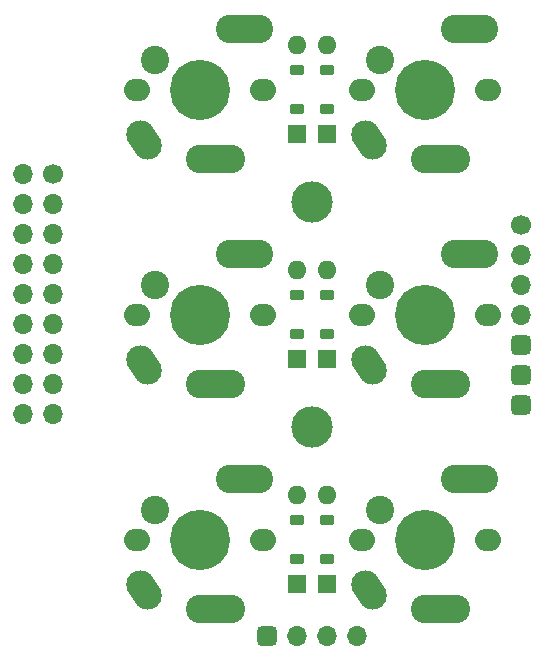
<source format=gbs>
G04 #@! TF.GenerationSoftware,KiCad,Pcbnew,7.0.5*
G04 #@! TF.CreationDate,2023-08-16T13:59:48+08:00*
G04 #@! TF.ProjectId,RM,524d2e6b-6963-4616-945f-706362585858,rev?*
G04 #@! TF.SameCoordinates,Original*
G04 #@! TF.FileFunction,Soldermask,Bot*
G04 #@! TF.FilePolarity,Negative*
%FSLAX46Y46*%
G04 Gerber Fmt 4.6, Leading zero omitted, Abs format (unit mm)*
G04 Created by KiCad (PCBNEW 7.0.5) date 2023-08-16 13:59:48*
%MOMM*%
%LPD*%
G01*
G04 APERTURE LIST*
G04 Aperture macros list*
%AMRoundRect*
0 Rectangle with rounded corners*
0 $1 Rounding radius*
0 $2 $3 $4 $5 $6 $7 $8 $9 X,Y pos of 4 corners*
0 Add a 4 corners polygon primitive as box body*
4,1,4,$2,$3,$4,$5,$6,$7,$8,$9,$2,$3,0*
0 Add four circle primitives for the rounded corners*
1,1,$1+$1,$2,$3*
1,1,$1+$1,$4,$5*
1,1,$1+$1,$6,$7*
1,1,$1+$1,$8,$9*
0 Add four rect primitives between the rounded corners*
20,1,$1+$1,$2,$3,$4,$5,0*
20,1,$1+$1,$4,$5,$6,$7,0*
20,1,$1+$1,$6,$7,$8,$9,0*
20,1,$1+$1,$8,$9,$2,$3,0*%
%AMHorizOval*
0 Thick line with rounded ends*
0 $1 width*
0 $2 $3 position (X,Y) of the first rounded end (center of the circle)*
0 $4 $5 position (X,Y) of the second rounded end (center of the circle)*
0 Add line between two ends*
20,1,$1,$2,$3,$4,$5,0*
0 Add two circle primitives to create the rounded ends*
1,1,$1,$2,$3*
1,1,$1,$4,$5*%
%AMOutline4P*
0 Free polygon, 4 corners , with rotation*
0 The origin of the aperture is its center*
0 number of corners: always 4*
0 $1 to $8 corner X, Y*
0 $9 Rotation angle, in degrees counterclockwise*
0 create outline with 4 corners*
4,1,4,$1,$2,$3,$4,$5,$6,$7,$8,$1,$2,$9*%
G04 Aperture macros list end*
%ADD10O,2.200000X1.900000*%
%ADD11C,5.100000*%
%ADD12HorizOval,2.400000X-0.305164X0.457575X0.305164X-0.457575X0*%
%ADD13C,2.400000*%
%ADD14Outline4P,-1.150000X-1.200000X1.150000X-1.200000X1.150000X1.200000X-1.150000X1.200000X0.000000*%
%ADD15Outline4P,-1.200000X-1.200000X1.200000X-1.200000X1.200000X1.200000X-1.200000X1.200000X0.000000*%
%ADD16RoundRect,0.425000X0.425000X-0.425000X0.425000X0.425000X-0.425000X0.425000X-0.425000X-0.425000X0*%
%ADD17O,1.700000X1.700000*%
%ADD18C,3.500000*%
%ADD19C,1.700000*%
%ADD20RoundRect,0.425000X-0.425000X-0.425000X0.425000X-0.425000X0.425000X0.425000X-0.425000X0.425000X0*%
%ADD21R,1.600000X1.600000*%
%ADD22RoundRect,0.225000X0.375000X-0.225000X0.375000X0.225000X-0.375000X0.225000X-0.375000X-0.225000X0*%
%ADD23O,1.600000X1.600000*%
G04 APERTURE END LIST*
D10*
X136810000Y-54430000D03*
D11*
X142110000Y-54430000D03*
D10*
X147410000Y-54430000D03*
D12*
X137410000Y-58680000D03*
D13*
X138300000Y-51890000D03*
X142110000Y-60330000D03*
D14*
X143410000Y-60330000D03*
D13*
X144650000Y-49330000D03*
X144710000Y-60330000D03*
D15*
X145880000Y-49330000D03*
D13*
X147110000Y-49330000D03*
D10*
X117760000Y-54430000D03*
D11*
X123060000Y-54430000D03*
D10*
X128360000Y-54430000D03*
D12*
X118360000Y-58680000D03*
D13*
X119250000Y-51890000D03*
X123060000Y-60330000D03*
D14*
X124360000Y-60330000D03*
D13*
X125600000Y-49330000D03*
X125660000Y-60330000D03*
D15*
X126830000Y-49330000D03*
D13*
X128060000Y-49330000D03*
D16*
X128780000Y-100710000D03*
D17*
X131320000Y-100710000D03*
X133860000Y-100710000D03*
X136400000Y-100710000D03*
D18*
X132585000Y-83005000D03*
X132585000Y-63955000D03*
D19*
X150230000Y-65860000D03*
D17*
X150230000Y-68400000D03*
X150230000Y-70940000D03*
X150230000Y-73480000D03*
D20*
X150230000Y-76020000D03*
X150230000Y-78560000D03*
X150230000Y-81100000D03*
D10*
X117760000Y-92530000D03*
D11*
X123060000Y-92530000D03*
D10*
X128360000Y-92530000D03*
D12*
X118360000Y-96780000D03*
D13*
X119250000Y-89990000D03*
X123060000Y-98430000D03*
D14*
X124360000Y-98430000D03*
D13*
X125600000Y-87430000D03*
X125660000Y-98430000D03*
D15*
X126830000Y-87430000D03*
D13*
X128060000Y-87430000D03*
D10*
X136810000Y-73480000D03*
D11*
X142110000Y-73480000D03*
D10*
X147410000Y-73480000D03*
D12*
X137410000Y-77730000D03*
D13*
X138300000Y-70940000D03*
X142110000Y-79380000D03*
D14*
X143410000Y-79380000D03*
D13*
X144650000Y-68380000D03*
X144710000Y-79380000D03*
D15*
X145880000Y-68380000D03*
D13*
X147110000Y-68380000D03*
D10*
X136810000Y-92530000D03*
D11*
X142110000Y-92530000D03*
D10*
X147410000Y-92530000D03*
D12*
X137410000Y-96780000D03*
D13*
X138300000Y-89990000D03*
X142110000Y-98430000D03*
D14*
X143410000Y-98430000D03*
D13*
X144650000Y-87430000D03*
X144710000Y-98430000D03*
D15*
X145880000Y-87430000D03*
D13*
X147110000Y-87430000D03*
D10*
X117760000Y-73480000D03*
D11*
X123060000Y-73480000D03*
D10*
X128360000Y-73480000D03*
D12*
X118360000Y-77730000D03*
D13*
X119250000Y-70940000D03*
X123060000Y-79380000D03*
D14*
X124360000Y-79380000D03*
D13*
X125600000Y-68380000D03*
X125660000Y-79380000D03*
D15*
X126830000Y-68380000D03*
D13*
X128060000Y-68380000D03*
D21*
X131315000Y-77280000D03*
D22*
X131315000Y-75130000D03*
X131315000Y-71830000D03*
D23*
X131315000Y-69680000D03*
D21*
X133855000Y-96330000D03*
D22*
X133855000Y-94180000D03*
X133855000Y-90880000D03*
D23*
X133855000Y-88730000D03*
D19*
X110620000Y-61620000D03*
D17*
X110620000Y-64160000D03*
X110620000Y-66700000D03*
X110620000Y-69240000D03*
X110620000Y-71780000D03*
X110620000Y-74320000D03*
X110620000Y-76860000D03*
X110620000Y-79400000D03*
X110620000Y-81940000D03*
X108080000Y-61620000D03*
X108080000Y-64160000D03*
X108080000Y-66700000D03*
X108080000Y-69240000D03*
X108080000Y-71780000D03*
X108080000Y-74320000D03*
X108080000Y-76860000D03*
X108080000Y-79400000D03*
X108080000Y-81940000D03*
D21*
X131315000Y-96330000D03*
D22*
X131315000Y-94180000D03*
X131315000Y-90880000D03*
D23*
X131315000Y-88730000D03*
D21*
X131315000Y-58230000D03*
D22*
X131315000Y-56080000D03*
X131315000Y-52780000D03*
D23*
X131315000Y-50630000D03*
D21*
X133855000Y-77280000D03*
D22*
X133855000Y-75130000D03*
X133855000Y-71830000D03*
D23*
X133855000Y-69680000D03*
D21*
X133855000Y-58230000D03*
D22*
X133855000Y-56080000D03*
X133855000Y-52780000D03*
D23*
X133855000Y-50630000D03*
M02*

</source>
